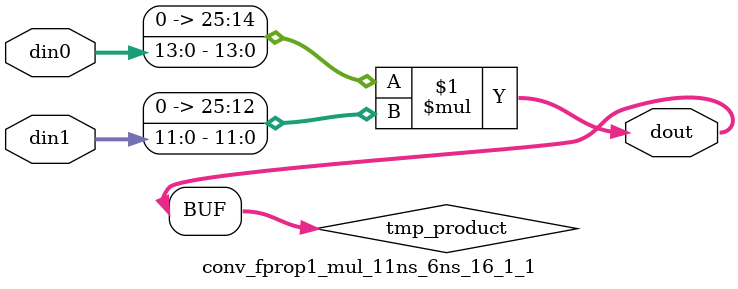
<source format=v>

`timescale 1 ns / 1 ps

 module conv_fprop1_mul_11ns_6ns_16_1_1(din0, din1, dout);
parameter ID = 1;
parameter NUM_STAGE = 0;
parameter din0_WIDTH = 14;
parameter din1_WIDTH = 12;
parameter dout_WIDTH = 26;

input [din0_WIDTH - 1 : 0] din0; 
input [din1_WIDTH - 1 : 0] din1; 
output [dout_WIDTH - 1 : 0] dout;

wire signed [dout_WIDTH - 1 : 0] tmp_product;
























assign tmp_product = $signed({1'b0, din0}) * $signed({1'b0, din1});











assign dout = tmp_product;





















endmodule

</source>
